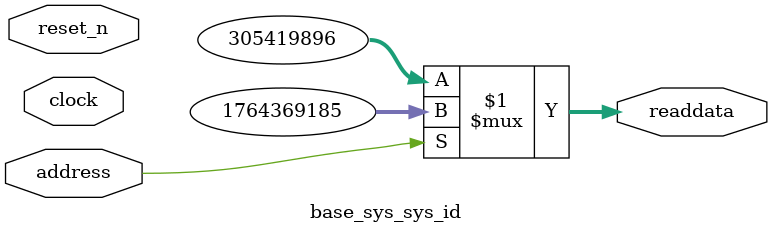
<source format=v>



// synthesis translate_off
`timescale 1ns / 1ps
// synthesis translate_on

// turn off superfluous verilog processor warnings 
// altera message_level Level1 
// altera message_off 10034 10035 10036 10037 10230 10240 10030 

module base_sys_sys_id (
               // inputs:
                address,
                clock,
                reset_n,

               // outputs:
                readdata
             )
;

  output  [ 31: 0] readdata;
  input            address;
  input            clock;
  input            reset_n;

  wire    [ 31: 0] readdata;
  //control_slave, which is an e_avalon_slave
  assign readdata = address ? 1764369185 : 305419896;

endmodule



</source>
